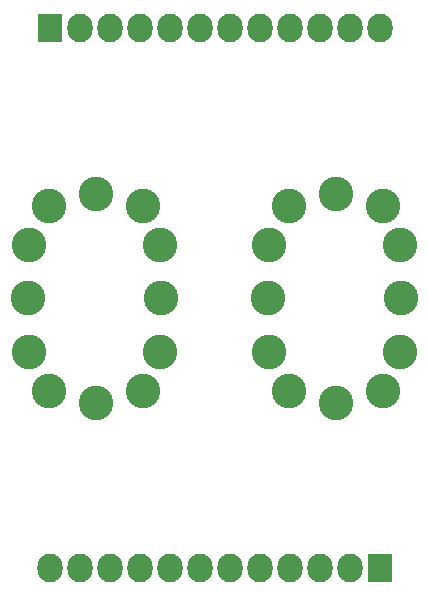
<source format=gbs>
G04 #@! TF.FileFunction,Soldermask,Bot*
%FSLAX46Y46*%
G04 Gerber Fmt 4.6, Leading zero omitted, Abs format (unit mm)*
G04 Created by KiCad (PCBNEW (2015-10-31 BZR 6288)-product) date Saturday, November 21, 2015 'PMt' 01:28:12 PM*
%MOMM*%
G01*
G04 APERTURE LIST*
%ADD10C,0.100000*%
%ADD11R,2.127200X2.432000*%
%ADD12O,2.127200X2.432000*%
%ADD13C,2.940000*%
G04 APERTURE END LIST*
D10*
D11*
X120650000Y-57150000D03*
D12*
X123190000Y-57150000D03*
X125730000Y-57150000D03*
X128270000Y-57150000D03*
X130810000Y-57150000D03*
X133350000Y-57150000D03*
X135890000Y-57150000D03*
X138430000Y-57150000D03*
X140970000Y-57150000D03*
X143510000Y-57150000D03*
X146050000Y-57150000D03*
X148590000Y-57150000D03*
D11*
X148590000Y-102870000D03*
D12*
X146050000Y-102870000D03*
X143510000Y-102870000D03*
X140970000Y-102870000D03*
X138430000Y-102870000D03*
X135890000Y-102870000D03*
X133350000Y-102870000D03*
X130810000Y-102870000D03*
X128270000Y-102870000D03*
X125730000Y-102870000D03*
X123190000Y-102870000D03*
X120650000Y-102870000D03*
D13*
X129887980Y-84508340D03*
X120525540Y-87825580D03*
X118841520Y-84508340D03*
X118714520Y-80010000D03*
X118841520Y-75511660D03*
X120525540Y-72194420D03*
X124523500Y-71193660D03*
X128521460Y-72194420D03*
X129887980Y-75511660D03*
X130014980Y-80010000D03*
X128521460Y-87825580D03*
X124523500Y-88826340D03*
X150207980Y-84508340D03*
X140845540Y-87825580D03*
X139161520Y-84508340D03*
X139034520Y-80010000D03*
X139161520Y-75511660D03*
X140845540Y-72194420D03*
X144843500Y-71193660D03*
X148841460Y-72194420D03*
X150207980Y-75511660D03*
X150334980Y-80010000D03*
X148841460Y-87825580D03*
X144843500Y-88826340D03*
M02*

</source>
